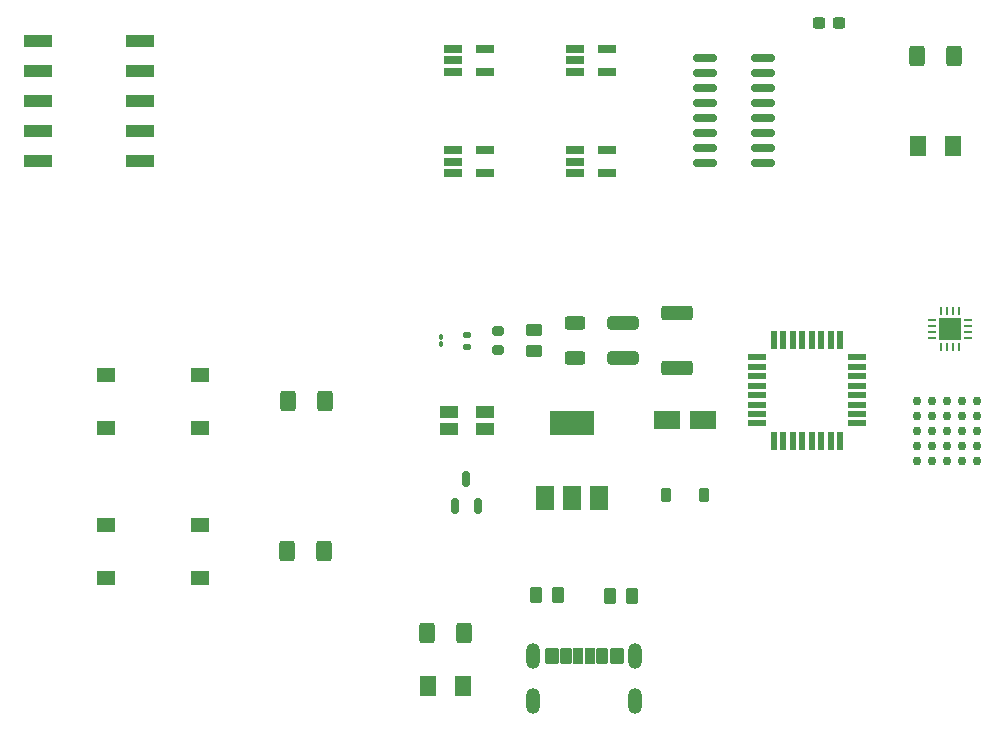
<source format=gbr>
%TF.GenerationSoftware,KiCad,Pcbnew,7.0.10-7.0.10~ubuntu22.04.1*%
%TF.CreationDate,2024-01-07T23:39:05-08:00*%
%TF.ProjectId,smdPracticeBoard,736d6450-7261-4637-9469-6365426f6172,rev?*%
%TF.SameCoordinates,Original*%
%TF.FileFunction,Soldermask,Top*%
%TF.FilePolarity,Negative*%
%FSLAX46Y46*%
G04 Gerber Fmt 4.6, Leading zero omitted, Abs format (unit mm)*
G04 Created by KiCad (PCBNEW 7.0.10-7.0.10~ubuntu22.04.1) date 2024-01-07 23:39:05*
%MOMM*%
%LPD*%
G01*
G04 APERTURE LIST*
G04 Aperture macros list*
%AMRoundRect*
0 Rectangle with rounded corners*
0 $1 Rounding radius*
0 $2 $3 $4 $5 $6 $7 $8 $9 X,Y pos of 4 corners*
0 Add a 4 corners polygon primitive as box body*
4,1,4,$2,$3,$4,$5,$6,$7,$8,$9,$2,$3,0*
0 Add four circle primitives for the rounded corners*
1,1,$1+$1,$2,$3*
1,1,$1+$1,$4,$5*
1,1,$1+$1,$6,$7*
1,1,$1+$1,$8,$9*
0 Add four rect primitives between the rounded corners*
20,1,$1+$1,$2,$3,$4,$5,0*
20,1,$1+$1,$4,$5,$6,$7,0*
20,1,$1+$1,$6,$7,$8,$9,0*
20,1,$1+$1,$8,$9,$2,$3,0*%
G04 Aperture macros list end*
%ADD10RoundRect,0.250000X-0.400000X-0.625000X0.400000X-0.625000X0.400000X0.625000X-0.400000X0.625000X0*%
%ADD11RoundRect,0.250001X0.462499X0.624999X-0.462499X0.624999X-0.462499X-0.624999X0.462499X-0.624999X0*%
%ADD12R,2.200000X1.600000*%
%ADD13RoundRect,0.225000X0.225000X0.375000X-0.225000X0.375000X-0.225000X-0.375000X0.225000X-0.375000X0*%
%ADD14RoundRect,0.250000X1.075000X-0.362500X1.075000X0.362500X-1.075000X0.362500X-1.075000X-0.362500X0*%
%ADD15RoundRect,0.250000X1.075000X-0.312500X1.075000X0.312500X-1.075000X0.312500X-1.075000X-0.312500X0*%
%ADD16RoundRect,0.250000X0.625000X-0.312500X0.625000X0.312500X-0.625000X0.312500X-0.625000X-0.312500X0*%
%ADD17RoundRect,0.250000X0.450000X-0.262500X0.450000X0.262500X-0.450000X0.262500X-0.450000X-0.262500X0*%
%ADD18RoundRect,0.200000X0.275000X-0.200000X0.275000X0.200000X-0.275000X0.200000X-0.275000X-0.200000X0*%
%ADD19R,1.900000X1.900000*%
%ADD20RoundRect,0.062500X-0.062500X-0.275000X0.062500X-0.275000X0.062500X0.275000X-0.062500X0.275000X0*%
%ADD21RoundRect,0.062500X-0.275000X-0.062500X0.275000X-0.062500X0.275000X0.062500X-0.275000X0.062500X0*%
%ADD22R,1.500000X1.100000*%
%ADD23R,3.800000X2.000000*%
%ADD24R,1.500000X2.000000*%
%ADD25RoundRect,0.150000X0.150000X-0.512500X0.150000X0.512500X-0.150000X0.512500X-0.150000X-0.512500X0*%
%ADD26C,0.750000*%
%ADD27R,1.600000X0.550000*%
%ADD28R,0.550000X1.600000*%
%ADD29RoundRect,0.135000X0.185000X-0.135000X0.185000X0.135000X-0.185000X0.135000X-0.185000X-0.135000X0*%
%ADD30RoundRect,0.100000X0.100000X-0.130000X0.100000X0.130000X-0.100000X0.130000X-0.100000X-0.130000X0*%
%ADD31RoundRect,0.150000X-0.825000X-0.150000X0.825000X-0.150000X0.825000X0.150000X-0.825000X0.150000X0*%
%ADD32R,1.560000X0.650000*%
%ADD33R,1.550000X1.300000*%
%ADD34RoundRect,0.250000X-0.262500X-0.450000X0.262500X-0.450000X0.262500X0.450000X-0.262500X0.450000X0*%
%ADD35RoundRect,0.250000X0.400000X0.625000X-0.400000X0.625000X-0.400000X-0.625000X0.400000X-0.625000X0*%
%ADD36R,2.438400X1.117600*%
%ADD37RoundRect,0.237500X-0.300000X-0.237500X0.300000X-0.237500X0.300000X0.237500X-0.300000X0.237500X0*%
%ADD38RoundRect,0.250000X0.262500X0.450000X-0.262500X0.450000X-0.262500X-0.450000X0.262500X-0.450000X0*%
%ADD39RoundRect,0.102000X0.350000X-0.575000X0.350000X0.575000X-0.350000X0.575000X-0.350000X-0.575000X0*%
%ADD40RoundRect,0.102000X0.400000X-0.575000X0.400000X0.575000X-0.400000X0.575000X-0.400000X-0.575000X0*%
%ADD41RoundRect,0.102000X0.450000X-0.575000X0.450000X0.575000X-0.450000X0.575000X-0.450000X-0.575000X0*%
%ADD42O,1.204000X2.204000*%
G04 APERTURE END LIST*
D10*
%TO.C,R3*%
X88845000Y-108520000D03*
X91945000Y-108520000D03*
%TD*%
D11*
%TO.C,D1*%
X91860000Y-112965000D03*
X88885000Y-112965000D03*
%TD*%
D12*
%TO.C,C_POL*%
X112181400Y-90511400D03*
X109181400Y-90511400D03*
%TD*%
D13*
%TO.C,SOD123*%
X112331400Y-96861400D03*
X109031400Y-96861400D03*
%TD*%
D14*
%TO.C,2010*%
X110021000Y-81442500D03*
X110021000Y-86067500D03*
%TD*%
D15*
%TO.C,1210*%
X105463465Y-85217500D03*
X105463465Y-82292500D03*
%TD*%
D16*
%TO.C,1206*%
X101365932Y-85217500D03*
X101365932Y-82292500D03*
%TD*%
D17*
%TO.C,0805*%
X97898399Y-82842500D03*
X97898399Y-84667500D03*
%TD*%
D18*
%TO.C,0603*%
X94820866Y-84580000D03*
X94820866Y-82930000D03*
%TD*%
D19*
%TO.C,QFN16*%
X133123500Y-82735000D03*
D20*
X132373500Y-81222500D03*
X132873500Y-81222500D03*
X133373500Y-81222500D03*
X133873500Y-81222500D03*
D21*
X134636000Y-81985000D03*
X134636000Y-82485000D03*
X134636000Y-82985000D03*
X134636000Y-83485000D03*
D20*
X133873500Y-84247500D03*
X133373500Y-84247500D03*
X132873500Y-84247500D03*
X132373500Y-84247500D03*
D21*
X131611000Y-83485000D03*
X131611000Y-82985000D03*
X131611000Y-82485000D03*
X131611000Y-81985000D03*
%TD*%
D22*
%TO.C,LED3228*%
X90741000Y-91261400D03*
X93741000Y-91261400D03*
X93741000Y-89761400D03*
X90741000Y-89761400D03*
%TD*%
D23*
%TO.C,REF\u002A\u002A*%
X101136200Y-90765000D03*
D24*
X103436200Y-97065000D03*
X101136200Y-97065000D03*
X98836200Y-97065000D03*
%TD*%
D25*
%TO.C,REF\u002A\u002A*%
X91225000Y-97775800D03*
X93125000Y-97775800D03*
X92175000Y-95500800D03*
%TD*%
D26*
%TO.C,BGA-25*%
X135421000Y-93915000D03*
X134151000Y-93915000D03*
X132881000Y-93915000D03*
X131611000Y-93915000D03*
X130341000Y-93915000D03*
X135421000Y-92645000D03*
X134151000Y-92645000D03*
X132881000Y-92645000D03*
X131611000Y-92645000D03*
X130341000Y-92645000D03*
X135421000Y-91375000D03*
X134151000Y-91375000D03*
X132881000Y-91375000D03*
X131611000Y-91375000D03*
X130341000Y-91375000D03*
X135421000Y-90105000D03*
X134151000Y-90105000D03*
X132881000Y-90105000D03*
X131611000Y-90105000D03*
X130341000Y-90105000D03*
X135421000Y-88835000D03*
X134151000Y-88835000D03*
X132881000Y-88835000D03*
X131611000Y-88835000D03*
X130341000Y-88835000D03*
%TD*%
D27*
%TO.C,TQFP-32*%
X116761000Y-85165000D03*
X116761000Y-85965000D03*
X116761000Y-86765000D03*
X116761000Y-87565000D03*
X116761000Y-88365000D03*
X116761000Y-89165000D03*
X116761000Y-89965000D03*
X116761000Y-90765000D03*
D28*
X118211000Y-92215000D03*
X119011000Y-92215000D03*
X119811000Y-92215000D03*
X120611000Y-92215000D03*
X121411000Y-92215000D03*
X122211000Y-92215000D03*
X123011000Y-92215000D03*
X123811000Y-92215000D03*
D27*
X125261000Y-90765000D03*
X125261000Y-89965000D03*
X125261000Y-89165000D03*
X125261000Y-88365000D03*
X125261000Y-87565000D03*
X125261000Y-86765000D03*
X125261000Y-85965000D03*
X125261000Y-85165000D03*
D28*
X123811000Y-83715000D03*
X123011000Y-83715000D03*
X122211000Y-83715000D03*
X121411000Y-83715000D03*
X120611000Y-83715000D03*
X119811000Y-83715000D03*
X119011000Y-83715000D03*
X118211000Y-83715000D03*
%TD*%
D29*
%TO.C,0402*%
X92223333Y-83245000D03*
X92223333Y-84265000D03*
%TD*%
D30*
%TO.C,0201*%
X90005800Y-84075000D03*
X90005800Y-83435000D03*
%TD*%
D31*
%TO.C,U5*%
X112354800Y-59848600D03*
X112354800Y-61118600D03*
X112354800Y-62388600D03*
X112354800Y-63658600D03*
X112354800Y-64928600D03*
X112354800Y-66198600D03*
X112354800Y-67468600D03*
X112354800Y-68738600D03*
X117304800Y-68738600D03*
X117304800Y-67468600D03*
X117304800Y-66198600D03*
X117304800Y-64928600D03*
X117304800Y-63658600D03*
X117304800Y-62388600D03*
X117304800Y-61118600D03*
X117304800Y-59848600D03*
%TD*%
D32*
%TO.C,U1*%
X91026000Y-59081400D03*
X91026000Y-60031400D03*
X91026000Y-60981400D03*
X93726000Y-60981400D03*
X93726000Y-59081400D03*
%TD*%
D33*
%TO.C,SW3*%
X61635000Y-99350000D03*
X69585000Y-99350000D03*
X61635000Y-103850000D03*
X69585000Y-103850000D03*
%TD*%
D34*
%TO.C,R1*%
X98094700Y-105294200D03*
X99919700Y-105294200D03*
%TD*%
D35*
%TO.C,R6*%
X133415000Y-59625000D03*
X130315000Y-59625000D03*
%TD*%
D33*
%TO.C,SW2*%
X61635000Y-86650000D03*
X69585000Y-86650000D03*
X61635000Y-91150000D03*
X69585000Y-91150000D03*
%TD*%
D36*
%TO.C,SW1*%
X64542300Y-58413650D03*
X64542300Y-60953650D03*
X64542300Y-63493650D03*
X64542300Y-66033650D03*
X64542300Y-68573650D03*
X55931700Y-68573650D03*
X55931700Y-66033650D03*
X55931700Y-63493650D03*
X55931700Y-60953650D03*
X55931700Y-58413650D03*
%TD*%
D37*
%TO.C,C1*%
X122022700Y-56881800D03*
X123747700Y-56881800D03*
%TD*%
D32*
%TO.C,U4*%
X104046000Y-67651400D03*
X104046000Y-69551400D03*
X101346000Y-69551400D03*
X101346000Y-68601400D03*
X101346000Y-67651400D03*
%TD*%
%TO.C,U2*%
X101346000Y-59081400D03*
X101346000Y-60031400D03*
X101346000Y-60981400D03*
X104046000Y-60981400D03*
X104046000Y-59081400D03*
%TD*%
%TO.C,U3*%
X91026000Y-67651400D03*
X91026000Y-68601400D03*
X91026000Y-69551400D03*
X93726000Y-69551400D03*
X93726000Y-67651400D03*
%TD*%
D10*
%TO.C,R5*%
X76975000Y-101600000D03*
X80075000Y-101600000D03*
%TD*%
%TO.C,R4*%
X77076600Y-88900000D03*
X80176600Y-88900000D03*
%TD*%
D38*
%TO.C,R2*%
X106168100Y-105345000D03*
X104343100Y-105345000D03*
%TD*%
D39*
%TO.C,J1*%
X101645000Y-110420000D03*
D40*
X103665000Y-110420000D03*
D41*
X104895000Y-110420000D03*
D39*
X102645000Y-110420000D03*
D40*
X100625000Y-110420000D03*
D41*
X99395000Y-110420000D03*
D42*
X97825000Y-110425000D03*
X106465000Y-110425000D03*
X97825000Y-114225000D03*
X106465000Y-114225000D03*
%TD*%
D11*
%TO.C,D2*%
X130400000Y-67245000D03*
X133375000Y-67245000D03*
%TD*%
M02*

</source>
